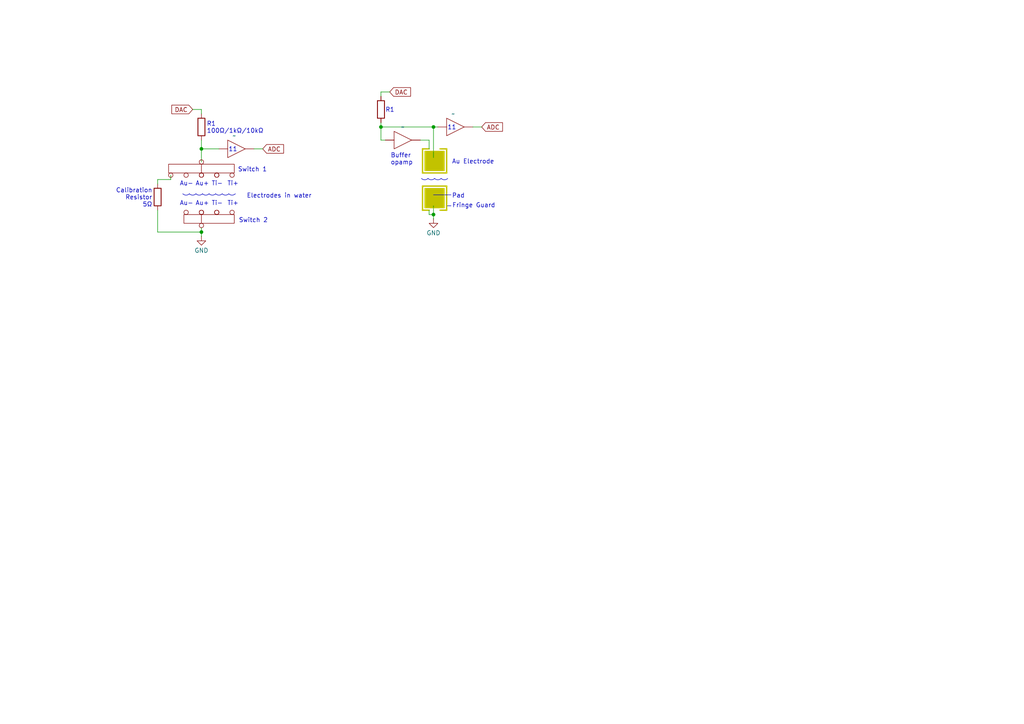
<source format=kicad_sch>
(kicad_sch (version 20231120) (generator "eeschema") (generator_version "8.0")
  (paper "A4")
  (lib_symbols
    (symbol "4022S:OPAMP"
      (property "Reference" "U" (at 0 2.286 0))
      (symbol "OPAMP_0_1"
        (polyline (pts (xy -2.54 2.54) (xy -2.54 -2.54) (xy 2.54 0) (xy -2.54 2.54)))
      )
      (symbol "OPAMP_1_1"
        (pin input line (at -5.08 0 0) (length 2.54) (name "") (number ""))
        (pin input line (at 5.08 0 180) (length 2.54) (name "") (number ""))
      )
    )
    (symbol "Device:R" (pin_numbers hide) (pin_names (offset 0))
      (property "Reference" "R" (at 2.032 0 90))
      (property "Value" "R" (at 0 0 90))
      (symbol "R_0_1"
        (rectangle (start -1.016 -2.54) (end 1.016 2.54) (stroke (width 0.254)))
      )
      (symbol "R_1_1"
        (pin passive line (at 0 3.81 270) (length 1.27) (name "~") (number "1"))
        (pin passive line (at 0 -3.81 90) (length 1.27) (name "~") (number "2"))
      )
    )
    (symbol "power:GND" (power) (pin_numbers hide) (pin_names (offset 0) hide)
      (property "Value" "GND" (at 0 -3.81 0))
      (symbol "GND_0_1"
        (polyline (pts (xy 0 0) (xy 0 -1.27) (xy 1.27 -1.27) (xy 0 -2.54) (xy -1.27 -1.27) (xy 0 -1.27)))
      )
      (symbol "GND_1_1"
        (pin power_in line (at 0 0 270) (length 0) (name "~") (number "1"))
      )
    )
  )
  (junction (at 110.49 36.83))
  (junction (at 125.73 62.23))
  (junction (at 58.42 43.18))
  (junction (at 125.73 36.83))
  (junction (at 58.42 67.31))
  (wire (pts (xy 110.49 36.83) (xy 110.49 40.64)))
  (polyline (pts (xy 129.54 59.69) (xy 130.81 59.69)))
  (wire (pts (xy 125.73 62.23) (xy 125.73 63.5)))
  (wire (pts (xy 125.73 45.72) (xy 125.73 36.83)))
  (wire (pts (xy 124.46 40.64) (xy 121.92 40.64)))
  (polyline (pts (xy 58.42 47.625) (xy 58.42 50.165)) (stroke (width 0) (color 132 0 0 1)))
  (wire (pts (xy 49.53 52.07) (xy 45.72 52.07)))
  (wire (pts (xy 58.42 43.18) (xy 63.5 43.18)))
  (wire (pts (xy 124.46 43.18) (xy 124.46 40.64)))
  (polyline (pts (xy 122.555 50.165) (xy 129.54 50.165)) (stroke (width 0.4) (color 194 194 0 1)))
  (polyline (pts (xy 127.635 43.18) (xy 129.54 43.18)) (stroke (width 0.4) (color 194 194 0 1)))
  (wire (pts (xy 45.72 60.96) (xy 45.72 67.31)))
  (wire (pts (xy 49.53 50.8) (xy 49.53 52.07)))
  (polyline (pts (xy 129.54 60.96) (xy 129.54 53.975)) (stroke (width 0.4) (color 194 194 0 1)))
  (wire (pts (xy 125.73 59.69) (xy 125.73 62.23)))
  (polyline (pts (xy 122.555 50.165) (xy 122.555 43.18)) (stroke (width 0.4) (color 194 194 0 1)))
  (wire (pts (xy 137.16 36.83) (xy 139.7 36.83)))
  (wire (pts (xy 110.49 35.56) (xy 110.49 36.83)))
  (wire (pts (xy 58.42 43.18) (xy 58.42 46.99)))
  (wire (pts (xy 58.42 40.64) (xy 58.42 43.18)))
  (wire (pts (xy 110.49 26.67) (xy 110.49 27.94)))
  (polyline (pts (xy 129.54 50.165) (xy 129.54 43.18)) (stroke (width 0.4) (color 194 194 0 1)))
  (wire (pts (xy 58.42 67.31) (xy 58.42 68.58)))
  (polyline (pts (xy 122.555 60.96) (xy 122.555 53.975)) (stroke (width 0.4) (color 194 194 0 1)))
  (wire (pts (xy 55.88 31.75) (xy 58.42 31.75)))
  (wire (pts (xy 58.42 66.04) (xy 58.42 67.31)))
  (wire (pts (xy 73.66 43.18) (xy 76.2 43.18)))
  (polyline (pts (xy 127.635 60.96) (xy 129.54 60.96)) (stroke (width 0.4) (color 194 194 0 1)))
  (wire (pts (xy 45.72 52.07) (xy 45.72 53.34)))
  (wire (pts (xy 58.42 31.75) (xy 58.42 33.02)))
  (wire (pts (xy 124.46 60.96) (xy 124.46 62.23)))
  (wire (pts (xy 125.73 36.83) (xy 127 36.83)))
  (polyline (pts (xy 122.555 43.18) (xy 124.46 43.18)) (stroke (width 0.4) (color 194 194 0 1)))
  (wire (pts (xy 110.49 40.64) (xy 111.76 40.64)))
  (polyline (pts (xy 122.555 53.975) (xy 129.54 53.975)) (stroke (width 0.4) (color 194 194 0 1)))
  (wire (pts (xy 124.46 62.23) (xy 125.73 62.23)))
  (wire (pts (xy 45.72 67.31) (xy 58.42 67.31)))
  (polyline (pts (xy 125.73 56.515) (xy 130.81 56.515)))
  (wire (pts (xy 113.03 26.67) (xy 110.49 26.67)))
  (wire (pts (xy 110.49 36.83) (xy 125.73 36.83)))
  (polyline (pts (xy 122.555 60.96) (xy 124.46 60.96)) (stroke (width 0.4) (color 194 194 0 1)))
  (polyline (pts (xy 58.42 64.77) (xy 58.42 62.23)) (stroke (width 0) (color 132 0 0 1)))
  (circle (center 53.975 61.595) (radius 0.635) (stroke (width 0) (color 132 0 0 1)))
  (rectangle (start 123.19 43.815) (end 128.905 49.53) (stroke (width 0) (color 194 194 0 1)) (fill (type color) (color 194 194 0 1)))
  (circle (center 58.42 65.405) (radius 0.635) (stroke (width 0) (color 132 0 0 1)))
  (arc (start 126.0475 51.7526) (mid 125.095 52.1471) (end 124.1425 51.7526))
  (circle (center 62.865 61.595) (radius 0.635) (stroke (width 0) (color 132 0 0 1)))
  (arc (start 58.7375 56.1976) (mid 57.785 56.5921) (end 56.8325 56.1976))
  (rectangle (start 123.19 54.61) (end 128.905 60.325) (stroke (width 0) (color 194 194 0 1)) (fill (type color) (color 194 194 0 1)))
  (circle (center 58.42 46.99) (radius 0.635) (stroke (width 0) (color 132 0 0 1)))
  (circle (center 62.865 50.8) (radius 0.635) (stroke (width 0) (color 132 0 0 1)))
  (arc (start 56.8325 56.1976) (mid 55.88 56.5921) (end 54.9275 56.1976))
  (circle (center 58.42 61.595) (radius 0.635) (stroke (width 0) (color 132 0 0 1)))
  (circle (center 58.42 50.8) (radius 0.635) (stroke (width 0) (color 132 0 0 1)))
  (circle (center 62.865 61.595) (radius 0.635) (stroke (width 0) (color 132 0 0 1)))
  (circle (center 58.42 61.595) (radius 0.635) (stroke (width 0) (color 132 0 0 1)))
  (circle (center 58.42 50.8) (radius 0.635) (stroke (width 0) (color 132 0 0 1)))
  (circle (center 67.31 61.595) (radius 0.635) (stroke (width 0) (color 132 0 0 1)))
  (circle (center 67.31 50.8) (radius 0.635) (stroke (width 0) (color 132 0 0 1)))
  (arc (start 60.6425 56.1976) (mid 59.69 56.5921) (end 58.7375 56.1976))
  (arc (start 127.9525 51.7526) (mid 127 52.1471) (end 126.0475 51.7526))
  (arc (start 62.5475 56.1976) (mid 61.595 56.5921) (end 60.6425 56.1976))
  (rectangle (start 53.34 62.23) (end 67.945 64.77) (stroke (width 0) (color 132 0 0 1)))
  (arc (start 68.2625 56.1976) (mid 67.31 56.5921) (end 66.3575 56.1976))
  (circle (center 49.53 50.8) (radius 0.635) (stroke (width 0) (color 132 0 0 1)))
  (arc (start 66.3575 56.1976) (mid 65.405 56.5921) (end 64.4525 56.1976))
  (rectangle (start 48.895 47.625) (end 67.945 50.165) (stroke (width 0) (color 132 0 0 1)))
  (circle (center 62.865 50.8) (radius 0.635) (stroke (width 0) (color 132 0 0 1)))
  (arc (start 129.8575 51.7526) (mid 128.905 52.1471) (end 127.9525 51.7526))
  (arc (start 54.9275 56.1976) (mid 53.975 56.5921) (end 53.0225 56.1976))
  (arc (start 124.1425 51.7526) (mid 123.19 52.1471) (end 122.2375 51.7526))
  (arc (start 64.4525 56.1976) (mid 63.5 56.5921) (end 62.5475 56.1976))
  (circle (center 53.975 50.8) (radius 0.635) (stroke (width 0) (color 132 0 0 1)))
  (text "Buffer \nopamp" (at 113.284 46.228 0) (effects (font (size 1.27 1.27)) (justify left)))
  (text "R1\n100Ω/1kΩ/10kΩ" (at 59.944 37.084 0) (effects (font (size 1.27 1.27)) (justify left)))
  (text "11" (at 67.564 43.434 0) (effects (font (size 1.27 1.27))))
  (text "Ti-" (at 62.992 59.055 0) (effects (font (size 1.27 1.27))))
  (text "Switch 1" (at 77.47 49.276 0) (effects (font (size 1.27 1.27)) (justify right)))
  (text "Au+" (at 58.674 53.34 0) (effects (font (size 1.27 1.27))))
  (text "Ti+" (at 67.564 53.34 0) (effects (font (size 1.27 1.27))))
  (text "R1" (at 111.76 32.004 0) (effects (font (size 1.27 1.27)) (justify left)))
  (text "Switch 2" (at 77.724 64.008 0) (effects (font (size 1.27 1.27)) (justify right)))
  (text "Au-" (at 54.102 59.055 0) (effects (font (size 1.27 1.27))))
  (text "Au Electrode" (at 131.064 46.99 0) (effects (font (size 1.27 1.27)) (justify left)))
  (text "Au+" (at 58.674 59.055 0) (effects (font (size 1.27 1.27))))
  (text "Au-" (at 54.102 53.34 0) (effects (font (size 1.27 1.27))))
  (text "Fringe Guard" (at 137.414 59.69 0) (effects (font (size 1.27 1.27))))
  (text "Pad\n\n" (at 131.064 57.912 0) (effects (font (size 1.27 1.27)) (justify left)))
  (text "Electrodes in water" (at 90.424 56.896 0) (effects (font (size 1.27 1.27)) (justify right)))
  (text "11" (at 131.064 37.084 0) (effects (font (size 1.27 1.27))))
  (text "Calibration\nResistor\n5Ω" (at 44.196 57.404 0) (effects (font (size 1.27 1.27)) (justify right)))
  (text "Ti-" (at 62.992 53.34 0) (effects (font (size 1.27 1.27))))
  (text "Ti+" (at 67.564 59.055 0) (effects (font (size 1.27 1.27))))
  (global_label "DAC" (shape input) (at 113.03 26.67 0) (property "Intersheetrefs" "${INTERSHEET_REFS}" (effects (hide yes))))
  (global_label "DAC" (shape input) (at 55.88 31.75 180) (property "Intersheetrefs" "${INTERSHEET_REFS}" (effects (hide yes))))
  (global_label "ADC" (shape input) (at 139.7 36.83 0) (property "Intersheetrefs" "${INTERSHEET_REFS}" (effects (hide yes))))
  (global_label "ADC" (shape input) (at 76.2 43.18 0) (property "Intersheetrefs" "${INTERSHEET_REFS}" (effects (hide yes))))
  (symbol (lib_id "4022S:OPAMP") (at 68.58 43.18 0) (unit 1)
    (property "Reference" "U1" (effects (hide yes)))
    (property "Value" "~" (at 67.945 39.37 0))
  )
  (symbol (lib_id "Device:R") (at 58.42 36.83 0) (unit 1)
    (property "Reference" "R1" (effects (hide yes)))
    (property "Value" "R" (effects (hide yes)))
    (property "Description" "Resistor" (effects (hide yes)))
  )
  (symbol (lib_name "4022S:OPAMP") (lib_id "4022S:OPAMP") (at 132.08 36.83 0) (unit 1)
    (property "Reference" "U3" (effects (hide yes)))
    (property "Value" "~" (at 131.445 33.02 0))
  )
  (symbol (lib_id "power:GND") (at 125.73 63.5 0) (unit 1)
    (property "Reference" "#PWR02" (effects (hide yes)))
    (property "Value" "GND" (at 125.73 67.564 0))
    (property "Description" "Power symbol creates a global label with name \"GND\" , ground" (effects (hide yes)))
  )
  (symbol (lib_name "4022S:OPAMP") (lib_id "4022S:OPAMP") (at 116.84 40.64 0) (unit 1)
    (property "Reference" "U2" (effects (hide yes)))
    (property "Value" "~" (at 116.84 36.83 0))
  )
  (symbol (lib_id "Device:R") (at 110.49 31.75 180) (unit 1)
    (property "Reference" "R2" (effects (hide yes)))
    (property "Value" "R" (effects (hide yes)))
    (property "Description" "Resistor" (effects (hide yes)))
  )
  (symbol (lib_id "Device:R") (at 45.72 57.15 0) (mirror y) (unit 1)
    (property "Reference" "Calibration1" (effects (hide yes)))
    (property "Value" "5Ω" (effects (hide yes)))
    (property "Description" "Resistor" (effects (hide yes)))
  )
  (symbol (lib_id "power:GND") (at 58.42 68.58 0) (unit 1)
    (property "Reference" "#PWR01" (effects (hide yes)))
    (property "Value" "GND" (at 58.42 72.644 0))
    (property "Description" "Power symbol creates a global label with name \"GND\" , ground" (effects (hide yes)))
  )
)
</source>
